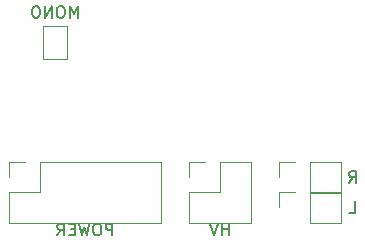
<source format=gbo>
G04 #@! TF.GenerationSoftware,KiCad,Pcbnew,6.0.4+dfsg-1+b1*
G04 #@! TF.CreationDate,2022-04-24T00:25:44+03:00*
G04 #@! TF.ProjectId,yatabaza-amp,79617461-6261-47a6-912d-616d702e6b69,rev?*
G04 #@! TF.SameCoordinates,Original*
G04 #@! TF.FileFunction,Legend,Bot*
G04 #@! TF.FilePolarity,Positive*
%FSLAX46Y46*%
G04 Gerber Fmt 4.6, Leading zero omitted, Abs format (unit mm)*
G04 Created by KiCad (PCBNEW 6.0.4+dfsg-1+b1) date 2022-04-24 00:25:44*
%MOMM*%
%LPD*%
G01*
G04 APERTURE LIST*
%ADD10C,0.150000*%
%ADD11C,0.120000*%
%ADD12R,1.700000X1.700000*%
%ADD13O,1.700000X1.700000*%
%ADD14R,1.500000X1.000000*%
G04 APERTURE END LIST*
D10*
X38504523Y-71572380D02*
X38504523Y-70572380D01*
X38123571Y-70572380D01*
X38028333Y-70620000D01*
X37980714Y-70667619D01*
X37933095Y-70762857D01*
X37933095Y-70905714D01*
X37980714Y-71000952D01*
X38028333Y-71048571D01*
X38123571Y-71096190D01*
X38504523Y-71096190D01*
X37314047Y-70572380D02*
X37123571Y-70572380D01*
X37028333Y-70620000D01*
X36933095Y-70715238D01*
X36885476Y-70905714D01*
X36885476Y-71239047D01*
X36933095Y-71429523D01*
X37028333Y-71524761D01*
X37123571Y-71572380D01*
X37314047Y-71572380D01*
X37409285Y-71524761D01*
X37504523Y-71429523D01*
X37552142Y-71239047D01*
X37552142Y-70905714D01*
X37504523Y-70715238D01*
X37409285Y-70620000D01*
X37314047Y-70572380D01*
X36552142Y-70572380D02*
X36314047Y-71572380D01*
X36123571Y-70858095D01*
X35933095Y-71572380D01*
X35695000Y-70572380D01*
X35314047Y-71048571D02*
X34980714Y-71048571D01*
X34837857Y-71572380D02*
X35314047Y-71572380D01*
X35314047Y-70572380D01*
X34837857Y-70572380D01*
X33837857Y-71572380D02*
X34171190Y-71096190D01*
X34409285Y-71572380D02*
X34409285Y-70572380D01*
X34028333Y-70572380D01*
X33933095Y-70620000D01*
X33885476Y-70667619D01*
X33837857Y-70762857D01*
X33837857Y-70905714D01*
X33885476Y-71000952D01*
X33933095Y-71048571D01*
X34028333Y-71096190D01*
X34409285Y-71096190D01*
X48339285Y-71572380D02*
X48339285Y-70572380D01*
X48339285Y-71048571D02*
X47767857Y-71048571D01*
X47767857Y-71572380D02*
X47767857Y-70572380D01*
X47434523Y-70572380D02*
X47101190Y-71572380D01*
X46767857Y-70572380D01*
X35559761Y-53157380D02*
X35559761Y-52157380D01*
X35226428Y-52871666D01*
X34893095Y-52157380D01*
X34893095Y-53157380D01*
X34226428Y-52157380D02*
X34035952Y-52157380D01*
X33940714Y-52205000D01*
X33845476Y-52300238D01*
X33797857Y-52490714D01*
X33797857Y-52824047D01*
X33845476Y-53014523D01*
X33940714Y-53109761D01*
X34035952Y-53157380D01*
X34226428Y-53157380D01*
X34321666Y-53109761D01*
X34416904Y-53014523D01*
X34464523Y-52824047D01*
X34464523Y-52490714D01*
X34416904Y-52300238D01*
X34321666Y-52205000D01*
X34226428Y-52157380D01*
X33369285Y-53157380D02*
X33369285Y-52157380D01*
X32797857Y-53157380D01*
X32797857Y-52157380D01*
X32131190Y-52157380D02*
X31940714Y-52157380D01*
X31845476Y-52205000D01*
X31750238Y-52300238D01*
X31702619Y-52490714D01*
X31702619Y-52824047D01*
X31750238Y-53014523D01*
X31845476Y-53109761D01*
X31940714Y-53157380D01*
X32131190Y-53157380D01*
X32226428Y-53109761D01*
X32321666Y-53014523D01*
X32369285Y-52824047D01*
X32369285Y-52490714D01*
X32321666Y-52300238D01*
X32226428Y-52205000D01*
X32131190Y-52157380D01*
X58535476Y-69667380D02*
X59011666Y-69667380D01*
X59011666Y-68667380D01*
X58535476Y-67127380D02*
X58868809Y-66651190D01*
X59106904Y-67127380D02*
X59106904Y-66127380D01*
X58725952Y-66127380D01*
X58630714Y-66175000D01*
X58583095Y-66222619D01*
X58535476Y-66317857D01*
X58535476Y-66460714D01*
X58583095Y-66555952D01*
X58630714Y-66603571D01*
X58725952Y-66651190D01*
X59106904Y-66651190D01*
D11*
X29785000Y-67945000D02*
X29785000Y-70545000D01*
X31115000Y-65345000D02*
X29785000Y-65345000D01*
X32385000Y-65345000D02*
X32385000Y-67945000D01*
X32385000Y-65345000D02*
X42605000Y-65345000D01*
X32385000Y-67945000D02*
X29785000Y-67945000D01*
X29785000Y-65345000D02*
X29785000Y-66675000D01*
X29785000Y-70545000D02*
X42605000Y-70545000D01*
X42605000Y-65345000D02*
X42605000Y-70545000D01*
X47625000Y-65345000D02*
X50225000Y-65345000D01*
X45025000Y-65345000D02*
X45025000Y-66675000D01*
X45025000Y-67945000D02*
X45025000Y-70545000D01*
X45025000Y-70545000D02*
X50225000Y-70545000D01*
X47625000Y-65345000D02*
X47625000Y-67945000D01*
X50225000Y-65345000D02*
X50225000Y-70545000D01*
X47625000Y-67945000D02*
X45025000Y-67945000D01*
X46355000Y-65345000D02*
X45025000Y-65345000D01*
X34655000Y-53845000D02*
X32655000Y-53845000D01*
X34655000Y-56645000D02*
X34655000Y-53845000D01*
X32655000Y-56645000D02*
X34655000Y-56645000D01*
X32655000Y-53845000D02*
X32655000Y-56645000D01*
X55245000Y-67885000D02*
X57845000Y-67885000D01*
X52645000Y-67885000D02*
X52645000Y-69215000D01*
X55245000Y-70545000D02*
X57845000Y-70545000D01*
X55245000Y-67885000D02*
X55245000Y-70545000D01*
X57845000Y-67885000D02*
X57845000Y-70545000D01*
X53975000Y-67885000D02*
X52645000Y-67885000D01*
X53975000Y-65345000D02*
X52645000Y-65345000D01*
X55245000Y-65345000D02*
X55245000Y-68005000D01*
X55245000Y-65345000D02*
X57845000Y-65345000D01*
X52645000Y-65345000D02*
X52645000Y-66675000D01*
X57845000Y-65345000D02*
X57845000Y-68005000D01*
X55245000Y-68005000D02*
X57845000Y-68005000D01*
%LPC*%
D12*
X36195000Y-19685000D03*
D13*
X38735000Y-19685000D03*
D12*
X20955000Y-41275000D03*
D13*
X20955000Y-43815000D03*
D12*
X31115000Y-60325000D03*
D13*
X33655000Y-60325000D03*
X36195000Y-60325000D03*
D12*
X54610000Y-47625000D03*
D13*
X54610000Y-50165000D03*
X54610000Y-52705000D03*
D12*
X57150000Y-47625000D03*
D13*
X57150000Y-50165000D03*
X57150000Y-52705000D03*
D12*
X31115000Y-66675000D03*
D13*
X31115000Y-69215000D03*
X33655000Y-66675000D03*
X33655000Y-69215000D03*
X36195000Y-66675000D03*
X36195000Y-69215000D03*
X38735000Y-66675000D03*
X38735000Y-69215000D03*
X41275000Y-66675000D03*
X41275000Y-69215000D03*
D12*
X46355000Y-66675000D03*
D13*
X46355000Y-69215000D03*
X48895000Y-66675000D03*
X48895000Y-69215000D03*
D14*
X33655000Y-55895000D03*
X33655000Y-54595000D03*
D12*
X53975000Y-69215000D03*
D13*
X56515000Y-69215000D03*
D12*
X53975000Y-66675000D03*
D13*
X56515000Y-66675000D03*
M02*

</source>
